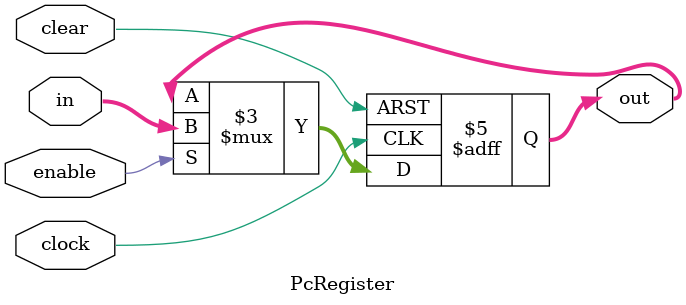
<source format=v>
module PcRegister(input clock,
		input clear,
		input enable,
		input[31:0] in,
		output reg[31:0] out);

	// The initial value for the PC register is 0x400000;
	always @(posedge clear, negedge clock)
		if (clear)
			out = 32'h00400000;
		else if (enable)
			out = in;
endmodule


</source>
